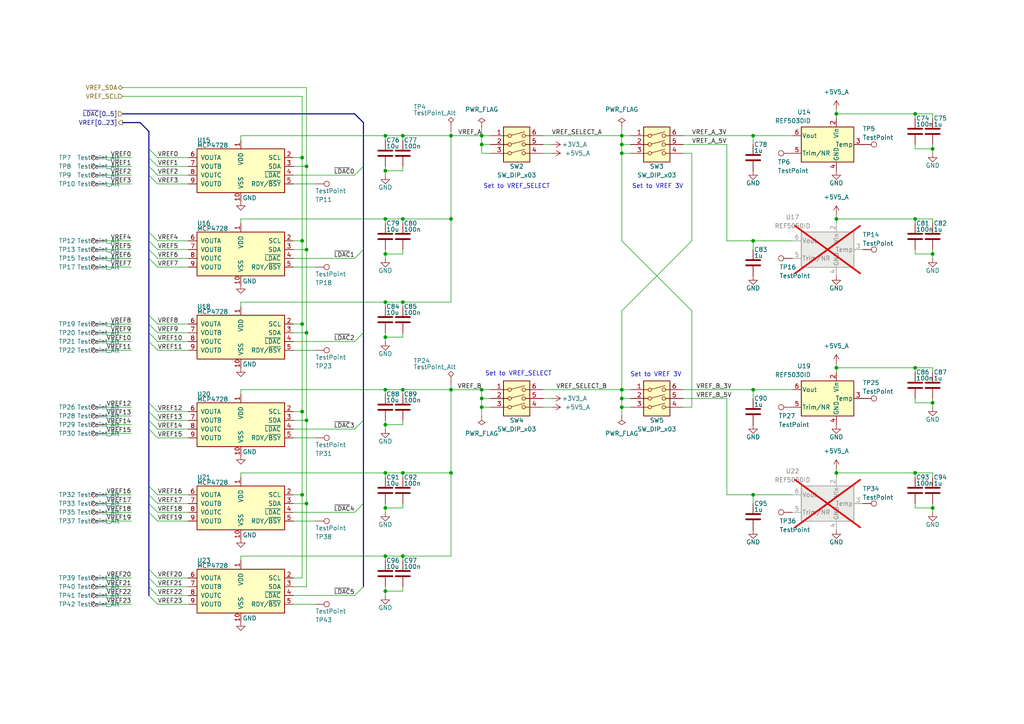
<source format=kicad_sch>
(kicad_sch (version 20250114) (generator "eeschema") (generator_version "9.0")
  (paper "A4")
  (text "Set to VREF_SELECT" (at 149.86 54.102 0) (effects (font (size 1.27 1.27))))
  (text "Set to VREF 3V" (at 190.246 108.712 0) (effects (font (size 1.27 1.27))))
  (text "Set to VREF_SELECT" (at 150.368 108.458 0) (effects (font (size 1.27 1.27))))
  (text "Set to VREF 3V" (at 190.754 54.102 0) (effects (font (size 1.27 1.27))))
  (junction (at 139.7 113.03))
  (junction (at 130.81 113.03))
  (junction (at 88.9 48.26))
  (junction (at 88.9 121.92))
  (junction (at 111.76 171.45))
  (junction (at 87.63 119.38))
  (junction (at 180.34 39.37))
  (junction (at 139.7 41.91))
  (junction (at 111.76 147.32))
  (junction (at 242.57 137.16))
  (junction (at 265.43 137.16))
  (junction (at 111.76 73.66))
  (junction (at 116.84 137.16))
  (junction (at 111.76 97.79))
  (junction (at 180.34 41.91))
  (junction (at 180.34 115.57))
  (junction (at 139.7 39.37))
  (junction (at 242.57 63.5))
  (junction (at 116.84 87.63))
  (junction (at 111.76 137.16))
  (junction (at 130.81 39.37))
  (junction (at 139.7 115.57))
  (junction (at 242.57 33.02))
  (junction (at 88.9 96.52))
  (junction (at 87.63 93.98))
  (junction (at 218.44 69.85))
  (junction (at 116.84 39.37))
  (junction (at 270.51 73.66))
  (junction (at 88.9 146.05))
  (junction (at 87.63 45.72))
  (junction (at 180.34 44.45))
  (junction (at 111.76 63.5))
  (junction (at 116.84 161.29))
  (junction (at 111.76 113.03))
  (junction (at 111.76 123.19))
  (junction (at 116.84 113.03))
  (junction (at 242.57 106.68))
  (junction (at 88.9 72.39))
  (junction (at 116.84 63.5))
  (junction (at 87.63 143.51))
  (junction (at 265.43 63.5))
  (junction (at 111.76 39.37))
  (junction (at 180.34 118.11))
  (junction (at 265.43 33.02))
  (junction (at 180.34 113.03))
  (junction (at 111.76 87.63))
  (junction (at 270.51 43.18))
  (junction (at 111.76 161.29))
  (junction (at 130.81 63.5))
  (junction (at 87.63 69.85))
  (junction (at 265.43 106.68))
  (junction (at 139.7 118.11))
  (junction (at 270.51 116.84))
  (junction (at 270.51 147.32))
  (junction (at 218.44 143.51))
  (junction (at 218.44 39.37))
  (junction (at 130.81 137.16))
  (junction (at 111.76 49.53))
  (junction (at 218.44 113.03))
  (bus_entry (at 105.41 146.05) (size -2.54 2.54))
  (bus_entry (at 45.72 72.39) (size -2.54 -2.54))
  (bus_entry (at 45.72 48.26) (size -2.54 -2.54))
  (bus_entry (at 105.41 96.52) (size -2.54 2.54))
  (bus_entry (at 45.72 146.05) (size -2.54 -2.54))
  (bus_entry (at 105.41 72.39) (size -2.54 2.54))
  (bus_entry (at 45.72 119.38) (size -2.54 -2.54))
  (bus_entry (at 105.41 121.92) (size -2.54 2.54))
  (bus_entry (at 45.72 124.46) (size -2.54 -2.54))
  (bus_entry (at 45.72 53.34) (size -2.54 -2.54))
  (bus_entry (at 45.72 101.6) (size -2.54 -2.54))
  (bus_entry (at 45.72 172.72) (size -2.54 -2.54))
  (bus_entry (at 45.72 99.06) (size -2.54 -2.54))
  (bus_entry (at 45.72 127) (size -2.54 -2.54))
  (bus_entry (at 45.72 151.13) (size -2.54 -2.54))
  (bus_entry (at 45.72 143.51) (size -2.54 -2.54))
  (bus_entry (at 45.72 69.85) (size -2.54 -2.54))
  (bus_entry (at 45.72 121.92) (size -2.54 -2.54))
  (bus_entry (at 105.41 170.18) (size -2.54 2.54))
  (bus_entry (at 45.72 167.64) (size -2.54 -2.54))
  (bus_entry (at 45.72 96.52) (size -2.54 -2.54))
  (bus_entry (at 45.72 50.8) (size -2.54 -2.54))
  (bus_entry (at 45.72 175.26) (size -2.54 -2.54))
  (bus_entry (at 45.72 148.59) (size -2.54 -2.54))
  (bus_entry (at 45.72 74.93) (size -2.54 -2.54))
  (bus_entry (at 45.72 170.18) (size -2.54 -2.54))
  (bus_entry (at 45.72 93.98) (size -2.54 -2.54))
  (bus_entry (at 105.41 48.26) (size -2.54 2.54))
  (bus_entry (at 45.72 77.47) (size -2.54 -2.54))
  (bus_entry (at 45.72 45.72) (size -2.54 -2.54))
  (wire (pts (xy 265.43 43.18) (xy 270.51 43.18)))
  (wire (pts (xy 157.48 39.37) (xy 180.34 39.37)))
  (wire (pts (xy 270.51 34.29) (xy 270.51 33.02)))
  (bus (pts (xy 105.41 72.39) (xy 105.41 96.52)))
  (wire (pts (xy 139.7 115.57) (xy 139.7 113.03)))
  (wire (pts (xy 45.72 77.47) (xy 54.61 77.47)))
  (wire (pts (xy 180.34 118.11) (xy 180.34 120.65)))
  (wire (pts (xy 69.85 39.37) (xy 111.76 39.37)))
  (wire (pts (xy 270.51 147.32) (xy 270.51 148.59)))
  (wire (pts (xy 30.48 96.52) (xy 38.1 96.52)))
  (wire (pts (xy 87.63 119.38) (xy 87.63 143.51)))
  (wire (pts (xy 142.24 41.91) (xy 139.7 41.91)))
  (wire (pts (xy 218.44 39.37) (xy 218.44 41.91)))
  (wire (pts (xy 242.57 33.02) (xy 242.57 34.29)))
  (bus (pts (xy 105.41 121.92) (xy 105.41 146.05)))
  (wire (pts (xy 270.51 107.95) (xy 270.51 106.68)))
  (wire (pts (xy 116.84 48.26) (xy 116.84 49.53)))
  (wire (pts (xy 69.85 87.63) (xy 111.76 87.63)))
  (wire (pts (xy 142.24 44.45) (xy 139.7 44.45)))
  (bus (pts (xy 43.18 121.92) (xy 43.18 124.46)))
  (wire (pts (xy 45.72 72.39) (xy 54.61 72.39)))
  (wire (pts (xy 160.02 115.57) (xy 157.48 115.57)))
  (wire (pts (xy 87.63 69.85) (xy 87.63 45.72)))
  (wire (pts (xy 111.76 74.93) (xy 111.76 73.66)))
  (wire (pts (xy 116.84 113.03) (xy 116.84 114.3)))
  (wire (pts (xy 69.85 113.03) (xy 111.76 113.03)))
  (wire (pts (xy 182.88 118.11) (xy 180.34 118.11)))
  (wire (pts (xy 139.7 36.83) (xy 139.7 39.37)))
  (wire (pts (xy 30.48 151.13) (xy 38.1 151.13)))
  (wire (pts (xy 242.57 106.68) (xy 242.57 107.95)))
  (wire (pts (xy 265.43 72.39) (xy 265.43 73.66)))
  (wire (pts (xy 30.48 125.73) (xy 38.1 125.73)))
  (wire (pts (xy 30.48 69.85) (xy 38.1 69.85)))
  (wire (pts (xy 139.7 41.91) (xy 139.7 39.37)))
  (bus (pts (xy 35.56 33.02) (xy 102.87 33.02)))
  (wire (pts (xy 116.84 121.92) (xy 116.84 123.19)))
  (wire (pts (xy 270.51 137.16) (xy 265.43 137.16)))
  (wire (pts (xy 111.76 39.37) (xy 111.76 40.64)))
  (wire (pts (xy 45.72 119.38) (xy 54.61 119.38)))
  (wire (pts (xy 111.76 113.03) (xy 111.76 114.3)))
  (wire (pts (xy 30.48 148.59) (xy 38.1 148.59)))
  (wire (pts (xy 116.84 161.29) (xy 130.81 161.29)))
  (wire (pts (xy 180.34 90.17) (xy 180.34 113.03)))
  (wire (pts (xy 139.7 118.11) (xy 139.7 120.65)))
  (wire (pts (xy 111.76 99.06) (xy 111.76 97.79)))
  (wire (pts (xy 116.84 87.63) (xy 116.84 88.9)))
  (wire (pts (xy 45.72 151.13) (xy 54.61 151.13)))
  (bus (pts (xy 43.18 143.51) (xy 43.18 146.05)))
  (wire (pts (xy 111.76 161.29) (xy 111.76 162.56)))
  (wire (pts (xy 88.9 96.52) (xy 88.9 121.92)))
  (wire (pts (xy 30.48 77.47) (xy 38.1 77.47)))
  (wire (pts (xy 116.84 87.63) (xy 130.81 87.63)))
  (wire (pts (xy 139.7 113.03) (xy 142.24 113.03)))
  (wire (pts (xy 139.7 113.03) (xy 130.81 113.03)))
  (wire (pts (xy 35.56 27.94) (xy 87.63 27.94)))
  (wire (pts (xy 180.34 36.83) (xy 180.34 39.37)))
  (wire (pts (xy 30.48 72.39) (xy 38.1 72.39)))
  (wire (pts (xy 111.76 87.63) (xy 111.76 88.9)))
  (bus (pts (xy 102.87 33.02) (xy 105.41 35.56)))
  (wire (pts (xy 69.85 63.5) (xy 111.76 63.5)))
  (wire (pts (xy 85.09 69.85) (xy 87.63 69.85)))
  (wire (pts (xy 111.76 63.5) (xy 116.84 63.5)))
  (wire (pts (xy 218.44 113.03) (xy 229.87 113.03)))
  (wire (pts (xy 218.44 143.51) (xy 229.87 143.51)))
  (bus (pts (xy 43.18 170.18) (xy 43.18 172.72)))
  (wire (pts (xy 85.09 143.51) (xy 87.63 143.51)))
  (wire (pts (xy 210.82 115.57) (xy 210.82 143.51)))
  (bus (pts (xy 105.41 35.56) (xy 105.41 48.26)))
  (wire (pts (xy 200.66 44.45) (xy 198.12 44.45)))
  (bus (pts (xy 43.18 48.26) (xy 43.18 50.8)))
  (wire (pts (xy 180.34 44.45) (xy 180.34 69.85)))
  (wire (pts (xy 270.51 63.5) (xy 265.43 63.5)))
  (wire (pts (xy 116.84 39.37) (xy 130.81 39.37)))
  (wire (pts (xy 180.34 41.91) (xy 180.34 39.37)))
  (wire (pts (xy 160.02 41.91) (xy 157.48 41.91)))
  (wire (pts (xy 69.85 161.29) (xy 111.76 161.29)))
  (wire (pts (xy 180.34 44.45) (xy 180.34 41.91)))
  (wire (pts (xy 139.7 44.45) (xy 139.7 41.91)))
  (wire (pts (xy 242.57 63.5) (xy 242.57 64.77)))
  (wire (pts (xy 111.76 123.19) (xy 116.84 123.19)))
  (bus (pts (xy 105.41 146.05) (xy 105.41 170.18)))
  (wire (pts (xy 111.76 161.29) (xy 116.84 161.29)))
  (wire (pts (xy 265.43 73.66) (xy 270.51 73.66)))
  (wire (pts (xy 111.76 137.16) (xy 111.76 138.43)))
  (wire (pts (xy 85.09 101.6) (xy 91.44 101.6)))
  (bus (pts (xy 43.18 146.05) (xy 43.18 148.59)))
  (wire (pts (xy 45.72 45.72) (xy 54.61 45.72)))
  (wire (pts (xy 139.7 118.11) (xy 139.7 115.57)))
  (wire (pts (xy 116.84 113.03) (xy 130.81 113.03)))
  (wire (pts (xy 111.76 39.37) (xy 116.84 39.37)))
  (wire (pts (xy 242.57 106.68) (xy 265.43 106.68)))
  (wire (pts (xy 265.43 33.02) (xy 265.43 34.29)))
  (wire (pts (xy 87.63 27.94) (xy 87.63 45.72)))
  (wire (pts (xy 111.76 148.59) (xy 111.76 147.32)))
  (wire (pts (xy 85.09 72.39) (xy 88.9 72.39)))
  (wire (pts (xy 116.84 96.52) (xy 116.84 97.79)))
  (wire (pts (xy 45.72 143.51) (xy 54.61 143.51)))
  (bus (pts (xy 43.18 69.85) (xy 43.18 72.39)))
  (wire (pts (xy 69.85 88.9) (xy 69.85 87.63)))
  (wire (pts (xy 35.56 25.4) (xy 88.9 25.4)))
  (wire (pts (xy 85.09 167.64) (xy 87.63 167.64)))
  (bus (pts (xy 43.18 167.64) (xy 43.18 170.18)))
  (wire (pts (xy 116.84 137.16) (xy 116.84 138.43)))
  (wire (pts (xy 30.48 123.19) (xy 38.1 123.19)))
  (wire (pts (xy 45.72 101.6) (xy 54.61 101.6)))
  (wire (pts (xy 210.82 69.85) (xy 218.44 69.85)))
  (wire (pts (xy 200.66 90.17) (xy 200.66 118.11)))
  (wire (pts (xy 30.48 48.26) (xy 38.1 48.26)))
  (bus (pts (xy 43.18 45.72) (xy 43.18 48.26)))
  (wire (pts (xy 69.85 114.3) (xy 69.85 113.03)))
  (bus (pts (xy 43.18 38.1) (xy 43.18 43.18)))
  (wire (pts (xy 45.72 146.05) (xy 54.61 146.05)))
  (wire (pts (xy 111.76 49.53) (xy 116.84 49.53)))
  (wire (pts (xy 30.48 172.72) (xy 38.1 172.72)))
  (wire (pts (xy 116.84 137.16) (xy 130.81 137.16)))
  (wire (pts (xy 116.84 63.5) (xy 116.84 64.77)))
  (wire (pts (xy 218.44 39.37) (xy 229.87 39.37)))
  (bus (pts (xy 105.41 96.52) (xy 105.41 121.92)))
  (wire (pts (xy 265.43 146.05) (xy 265.43 147.32)))
  (wire (pts (xy 85.09 53.34) (xy 91.44 53.34)))
  (wire (pts (xy 111.76 73.66) (xy 116.84 73.66)))
  (wire (pts (xy 270.51 146.05) (xy 270.51 147.32)))
  (wire (pts (xy 111.76 147.32) (xy 116.84 147.32)))
  (wire (pts (xy 270.51 72.39) (xy 270.51 73.66)))
  (wire (pts (xy 270.51 41.91) (xy 270.51 43.18)))
  (wire (pts (xy 30.48 101.6) (xy 38.1 101.6)))
  (wire (pts (xy 218.44 69.85) (xy 229.87 69.85)))
  (wire (pts (xy 85.09 74.93) (xy 102.87 74.93)))
  (bus (pts (xy 43.18 91.44) (xy 43.18 93.98)))
  (wire (pts (xy 69.85 40.64) (xy 69.85 39.37)))
  (wire (pts (xy 45.72 96.52) (xy 54.61 96.52)))
  (wire (pts (xy 85.09 99.06) (xy 102.87 99.06)))
  (wire (pts (xy 242.57 105.41) (xy 242.57 106.68)))
  (wire (pts (xy 87.63 143.51) (xy 87.63 167.64)))
  (wire (pts (xy 111.76 73.66) (xy 111.76 72.39)))
  (wire (pts (xy 30.48 45.72) (xy 38.1 45.72)))
  (wire (pts (xy 30.48 50.8) (xy 38.1 50.8)))
  (wire (pts (xy 45.72 99.06) (xy 54.61 99.06)))
  (wire (pts (xy 69.85 138.43) (xy 69.85 137.16)))
  (wire (pts (xy 242.57 135.89) (xy 242.57 137.16)))
  (wire (pts (xy 198.12 118.11) (xy 200.66 118.11)))
  (wire (pts (xy 200.66 69.85) (xy 180.34 90.17)))
  (wire (pts (xy 45.72 175.26) (xy 54.61 175.26)))
  (wire (pts (xy 85.09 119.38) (xy 87.63 119.38)))
  (wire (pts (xy 30.48 99.06) (xy 38.1 99.06)))
  (wire (pts (xy 69.85 64.77) (xy 69.85 63.5)))
  (wire (pts (xy 116.84 146.05) (xy 116.84 147.32)))
  (wire (pts (xy 218.44 69.85) (xy 218.44 72.39)))
  (wire (pts (xy 242.57 137.16) (xy 242.57 138.43)))
  (bus (pts (xy 43.18 93.98) (xy 43.18 96.52)))
  (wire (pts (xy 45.72 127) (xy 54.61 127)))
  (wire (pts (xy 242.57 33.02) (xy 265.43 33.02)))
  (wire (pts (xy 88.9 48.26) (xy 88.9 72.39)))
  (wire (pts (xy 270.51 64.77) (xy 270.51 63.5)))
  (bus (pts (xy 43.18 72.39) (xy 43.18 74.93)))
  (wire (pts (xy 242.57 63.5) (xy 265.43 63.5)))
  (wire (pts (xy 45.72 50.8) (xy 54.61 50.8)))
  (wire (pts (xy 30.48 93.98) (xy 38.1 93.98)))
  (wire (pts (xy 180.34 115.57) (xy 180.34 113.03)))
  (wire (pts (xy 182.88 41.91) (xy 180.34 41.91)))
  (wire (pts (xy 85.09 146.05) (xy 88.9 146.05)))
  (wire (pts (xy 198.12 41.91) (xy 210.82 41.91)))
  (wire (pts (xy 116.84 170.18) (xy 116.84 171.45)))
  (wire (pts (xy 88.9 170.18) (xy 85.09 170.18)))
  (wire (pts (xy 30.48 120.65) (xy 38.1 120.65)))
  (wire (pts (xy 265.43 137.16) (xy 265.43 138.43)))
  (bus (pts (xy 43.18 67.31) (xy 43.18 69.85)))
  (wire (pts (xy 270.51 43.18) (xy 270.51 44.45)))
  (wire (pts (xy 265.43 115.57) (xy 265.43 116.84)))
  (wire (pts (xy 85.09 151.13) (xy 91.44 151.13)))
  (wire (pts (xy 157.48 113.03) (xy 180.34 113.03)))
  (wire (pts (xy 30.48 143.51) (xy 38.1 143.51)))
  (wire (pts (xy 111.76 87.63) (xy 116.84 87.63)))
  (wire (pts (xy 111.76 63.5) (xy 111.76 64.77)))
  (wire (pts (xy 87.63 45.72) (xy 85.09 45.72)))
  (wire (pts (xy 265.43 41.91) (xy 265.43 43.18)))
  (bus (pts (xy 43.18 50.8) (xy 43.18 67.31)))
  (wire (pts (xy 270.51 116.84) (xy 270.51 118.11)))
  (wire (pts (xy 111.76 147.32) (xy 111.76 146.05)))
  (wire (pts (xy 111.76 171.45) (xy 111.76 170.18)))
  (wire (pts (xy 130.81 38.1) (xy 130.81 39.37)))
  (wire (pts (xy 265.43 147.32) (xy 270.51 147.32)))
  (wire (pts (xy 111.76 124.46) (xy 111.76 123.19)))
  (wire (pts (xy 270.51 138.43) (xy 270.51 137.16)))
  (wire (pts (xy 85.09 127) (xy 91.44 127)))
  (wire (pts (xy 45.72 74.93) (xy 54.61 74.93)))
  (wire (pts (xy 45.72 53.34) (xy 54.61 53.34)))
  (bus (pts (xy 43.18 119.38) (xy 43.18 121.92)))
  (wire (pts (xy 200.66 44.45) (xy 200.66 69.85)))
  (wire (pts (xy 265.43 106.68) (xy 265.43 107.95)))
  (wire (pts (xy 111.76 137.16) (xy 116.84 137.16)))
  (bus (pts (xy 105.41 48.26) (xy 105.41 72.39)))
  (wire (pts (xy 30.48 53.34) (xy 38.1 53.34)))
  (wire (pts (xy 30.48 170.18) (xy 38.1 170.18)))
  (wire (pts (xy 242.57 31.75) (xy 242.57 33.02)))
  (bus (pts (xy 43.18 99.06) (xy 43.18 116.84)))
  (wire (pts (xy 130.81 87.63) (xy 130.81 63.5)))
  (wire (pts (xy 142.24 118.11) (xy 139.7 118.11)))
  (bus (pts (xy 40.64 35.56) (xy 43.18 38.1)))
  (wire (pts (xy 160.02 118.11) (xy 157.48 118.11)))
  (wire (pts (xy 45.72 148.59) (xy 54.61 148.59)))
  (wire (pts (xy 182.88 44.45) (xy 180.34 44.45)))
  (bus (pts (xy 43.18 74.93) (xy 43.18 91.44)))
  (wire (pts (xy 116.84 161.29) (xy 116.84 162.56)))
  (bus (pts (xy 43.18 140.97) (xy 43.18 143.51)))
  (wire (pts (xy 87.63 93.98) (xy 87.63 119.38)))
  (wire (pts (xy 180.34 39.37) (xy 182.88 39.37)))
  (wire (pts (xy 85.09 48.26) (xy 88.9 48.26)))
  (wire (pts (xy 218.44 143.51) (xy 218.44 146.05)))
  (wire (pts (xy 30.48 74.93) (xy 38.1 74.93)))
  (wire (pts (xy 45.72 170.18) (xy 54.61 170.18)))
  (wire (pts (xy 270.51 33.02) (xy 265.43 33.02)))
  (wire (pts (xy 111.76 172.72) (xy 111.76 171.45)))
  (bus (pts (xy 43.18 96.52) (xy 43.18 99.06)))
  (wire (pts (xy 198.12 113.03) (xy 218.44 113.03)))
  (wire (pts (xy 87.63 69.85) (xy 87.63 93.98)))
  (wire (pts (xy 218.44 113.03) (xy 218.44 115.57)))
  (wire (pts (xy 111.76 49.53) (xy 111.76 48.26)))
  (wire (pts (xy 85.09 124.46) (xy 102.87 124.46)))
  (wire (pts (xy 180.34 69.85) (xy 200.66 90.17)))
  (wire (pts (xy 198.12 39.37) (xy 218.44 39.37)))
  (wire (pts (xy 85.09 77.47) (xy 91.44 77.47)))
  (wire (pts (xy 111.76 171.45) (xy 116.84 171.45)))
  (wire (pts (xy 116.84 72.39) (xy 116.84 73.66)))
  (wire (pts (xy 30.48 146.05) (xy 38.1 146.05)))
  (wire (pts (xy 270.51 115.57) (xy 270.51 116.84)))
  (wire (pts (xy 270.51 73.66) (xy 270.51 74.93)))
  (bus (pts (xy 43.18 116.84) (xy 43.18 119.38)))
  (wire (pts (xy 160.02 44.45) (xy 157.48 44.45)))
  (wire (pts (xy 88.9 72.39) (xy 88.9 96.52)))
  (bus (pts (xy 43.18 165.1) (xy 43.18 167.64)))
  (wire (pts (xy 116.84 39.37) (xy 116.84 40.64)))
  (wire (pts (xy 242.57 62.23) (xy 242.57 63.5)))
  (wire (pts (xy 242.57 137.16) (xy 265.43 137.16)))
  (wire (pts (xy 30.48 167.64) (xy 38.1 167.64)))
  (wire (pts (xy 182.88 115.57) (xy 180.34 115.57)))
  (wire (pts (xy 85.09 148.59) (xy 102.87 148.59)))
  (wire (pts (xy 210.82 143.51) (xy 218.44 143.51)))
  (wire (pts (xy 85.09 93.98) (xy 87.63 93.98)))
  (wire (pts (xy 88.9 25.4) (xy 88.9 48.26)))
  (wire (pts (xy 69.85 137.16) (xy 111.76 137.16)))
  (wire (pts (xy 69.85 162.56) (xy 69.85 161.29)))
  (wire (pts (xy 111.76 123.19) (xy 111.76 121.92)))
  (wire (pts (xy 85.09 96.52) (xy 88.9 96.52)))
  (wire (pts (xy 45.72 121.92) (xy 54.61 121.92)))
  (wire (pts (xy 85.09 172.72) (xy 102.87 172.72)))
  (wire (pts (xy 265.43 116.84) (xy 270.51 116.84)))
  (wire (pts (xy 130.81 137.16) (xy 130.81 113.03)))
  (wire (pts (xy 139.7 39.37) (xy 130.81 39.37)))
  (wire (pts (xy 45.72 93.98) (xy 54.61 93.98)))
  (wire (pts (xy 180.34 113.03) (xy 182.88 113.03)))
  (wire (pts (xy 180.34 118.11) (xy 180.34 115.57)))
  (wire (pts (xy 45.72 167.64) (xy 54.61 167.64)))
  (wire (pts (xy 88.9 146.05) (xy 88.9 170.18)))
  (wire (pts (xy 210.82 41.91) (xy 210.82 69.85)))
  (wire (pts (xy 265.43 63.5) (xy 265.43 64.77)))
  (wire (pts (xy 130.81 161.29) (xy 130.81 137.16)))
  (wire (pts (xy 45.72 172.72) (xy 54.61 172.72)))
  (wire (pts (xy 30.48 118.11) (xy 38.1 118.11)))
  (wire (pts (xy 45.72 124.46) (xy 54.61 124.46)))
  (wire (pts (xy 270.51 106.68) (xy 265.43 106.68)))
  (wire (pts (xy 111.76 50.8) (xy 111.76 49.53)))
  (wire (pts (xy 116.84 63.5) (xy 130.81 63.5)))
  (wire (pts (xy 45.72 48.26) (xy 54.61 48.26)))
  (wire (pts (xy 88.9 121.92) (xy 88.9 146.05)))
  (wire (pts (xy 111.76 113.03) (xy 116.84 113.03)))
  (bus (pts (xy 43.18 148.59) (xy 43.18 165.1)))
  (wire (pts (xy 130.81 39.37) (xy 130.81 63.5)))
  (bus (pts (xy 35.56 35.56) (xy 40.64 35.56)))
  (wire (pts (xy 85.09 121.92) (xy 88.9 121.92)))
  (wire (pts (xy 198.12 115.57) (xy 210.82 115.57)))
  (wire (pts (xy 139.7 39.37) (xy 142.24 39.37)))
  (wire (pts (xy 111.76 97.79) (xy 111.76 96.52)))
  (wire (pts (xy 30.48 175.26) (xy 38.1 175.26)))
  (bus (pts (xy 43.18 43.18) (xy 43.18 45.72)))
  (wire (pts (xy 130.81 111.76) (xy 130.81 113.03)))
  (wire (pts (xy 85.09 50.8) (xy 102.87 50.8)))
  (bus (pts (xy 43.18 124.46) (xy 43.18 140.97)))
  (wire (pts (xy 45.72 69.85) (xy 54.61 69.85)))
  (wire (pts (xy 111.76 97.79) (xy 116.84 97.79)))
  (wire (pts (xy 85.09 175.26) (xy 91.44 175.26)))
  (wire (pts (xy 142.24 115.57) (xy 139.7 115.57)))
  (label "VREF0" (at 38.1 45.72 180))
  (label "VREF10" (at 45.72 99.06 0))
  (label "VREF14" (at 45.72 124.46 0))
  (label "VREF21" (at 38.1 170.18 180))
  (label "VREF18" (at 38.1 148.59 180))
  (label "VREF3" (at 38.1 53.34 180))
  (label "VREF_A_5V" (at 200.66 41.91 0))
  (label "VREF1" (at 45.72 48.26 0))
  (label "VREF5" (at 38.1 72.39 180))
  (label "VREF4" (at 45.72 69.85 0))
  (label "VREF_B_3V" (at 201.93 113.03 0))
  (label "VREF11" (at 45.72 101.6 0))
  (label "VREF8" (at 38.1 93.98 180))
  (label "VREF16" (at 45.72 143.51 0))
  (label "VREF22" (at 45.72 172.72 0))
  (label "VREF_B" (at 139.7 113.03 180))
  (label "VREF9" (at 38.1 96.52 180))
  (label "~{LDAC}2" (at 102.87 99.06 180))
  (label "VREF21" (at 45.72 170.18 0))
  (label "VREF8" (at 45.72 93.98 0))
  (label "VREF_SELECT_A" (at 160.02 39.37 0))
  (label "VREF17" (at 45.72 146.05 0))
  (label "VREF22" (at 38.1 172.72 180))
  (label "~{LDAC}0" (at 102.87 50.8 180))
  (label "VREF_A_3V" (at 200.66 39.37 0))
  (label "VREF13" (at 45.72 121.92 0))
  (label "~{LDAC}3" (at 102.87 124.46 180))
  (label "VREF11" (at 38.1 101.6 180))
  (label "VREF13" (at 38.1 120.65 180))
  (label "VREF20" (at 45.72 167.64 0))
  (label "VREF20" (at 38.1 167.64 180))
  (label "VREF10" (at 38.1 99.06 180))
  (label "VREF15" (at 45.72 127 0))
  (label "VREF7" (at 45.72 77.47 0))
  (label "VREF_SELECT_B" (at 161.29 113.03 0))
  (label "VREF14" (at 38.1 123.19 180))
  (label "VREF6" (at 45.72 74.93 0))
  (label "~{LDAC}4" (at 102.87 148.59 180))
  (label "VREF15" (at 38.1 125.73 180))
  (label "VREF17" (at 38.1 146.05 180))
  (label "~{LDAC}1" (at 102.87 74.93 180))
  (label "VREF3" (at 45.72 53.34 0))
  (label "~{LDAC}5" (at 102.87 172.72 180))
  (label "VREF18" (at 45.72 148.59 0))
  (label "VREF23" (at 45.72 175.26 0))
  (label "VREF6" (at 38.1 74.93 180))
  (label "VREF9" (at 45.72 96.52 0))
  (label "VREF_A" (at 139.7 39.37 180))
  (label "VREF16" (at 38.1 143.51 180))
  (label "VREF2" (at 38.1 50.8 180))
  (label "VREF19" (at 45.72 151.13 0))
  (label "VREF2" (at 45.72 50.8 0))
  (label "VREF5" (at 45.72 72.39 0))
  (label "VREF_B_5V" (at 201.93 115.57 0))
  (label "VREF0" (at 45.72 45.72 0))
  (label "VREF19" (at 38.1 151.13 180))
  (label "VREF12" (at 38.1 118.11 180))
  (label "VREF23" (at 38.1 175.26 180))
  (label "VREF1" (at 38.1 48.26 180))
  (label "VREF4" (at 38.1 69.85 180))
  (label "VREF7" (at 38.1 77.47 180))
  (label "VREF12" (at 45.72 119.38 0))
  (hierarchical_label "VREF_SCL" (shape input) (at 35.56 27.94 180))
  (hierarchical_label "VREF[0..23]" (shape output) (at 35.56 35.56 180))
  (hierarchical_label "VREF_SDA" (shape bidirectional) (at 35.56 25.4 180))
  (hierarchical_label "~{LDAC}[0..5]" (shape input) (at 35.56 33.02 180))
  (symbol (lib_id "power:PWR_FLAG") (at 139.7 120.65 180) (unit 1)
    (property "Reference" "#FLG011" (effects (hide yes)))
    (property "Value" "PWR_FLAG" (at 139.7 125.73 0))
    (property "Description" "Special symbol for telling ERC where power comes from" (effects (hide yes)))
  )
  (symbol (lib_id "power:GND") (at 242.57 80.01 0) (unit 1)
    (property "Reference" "#PWR0111" (effects (hide yes)))
    (property "Value" "GND" (at 242.57 83.566 0))
    (property "Description" "Power symbol creates a global label with name \"GND\" , ground" (effects (hide yes)))
  )
  (symbol (lib_id "Device:C") (at 116.84 44.45 0) (unit 1)
    (property "Reference" "C77" (at 117.094 40.64 0) (effects (justify left)))
    (property "Value" "100n" (at 117.094 42.4181 0) (effects (justify left)))
    (property "Footprint" "Capacitor_SMD:C_0402_1005Metric" (effects (hide yes)))
    (property "Description" "Unpolarized capacitor" (effects (hide yes)))
    (property "LCSC" "C307331" (effects (hide yes)))
  )
  (symbol (lib_id "Connector:TestPoint_Alt") (at 30.48 50.8 90) (unit 1)
    (property "Reference" "TP9" (at 17.018 50.8 90) (effects (justify right)))
    (property "Value" "TestPoint_Alt" (at 22.352 50.8 90) (effects (justify right)))
    (property "Footprint" "digital:TestPoint_Keystone_5015_Micro_Mini" (effects (hide yes)))
    (property "Description" "test point (alternative shape)" (effects (hide yes)))
    (property "LCSC" "C159868" (effects (hide yes)))
  )
  (symbol (lib_id "power:GND") (at 69.85 156.21 0) (unit 1)
    (property "Reference" "#PWR0128" (effects (hide yes)))
    (property "Value" "GND" (at 72.39 155.194 0))
    (property "Description" "Power symbol creates a global label with name \"GND\" , ground" (effects (hide yes)))
  )
  (symbol (lib_id "Connector:TestPoint") (at 229.87 74.93 90) (mirror x) (unit 1)
    (property "Reference" "TP16" (at 226.06 77.47 90) (effects (justify right)))
    (property "Value" "TestPoint" (at 226.06 80.01 90) (effects (justify right)))
    (property "Footprint" "TestPoint:TestPoint_Pad_D1.0mm" (effects (hide yes)))
    (property "Description" "test point" (effects (hide yes)))
  )
  (symbol (lib_id "power:PWR_FLAG") (at 180.34 120.65 180) (unit 1)
    (property "Reference" "#FLG012" (effects (hide yes)))
    (property "Value" "PWR_FLAG" (at 180.34 125.73 0))
    (property "Description" "Special symbol for telling ERC where power comes from" (effects (hide yes)))
  )
  (symbol (lib_id "power:GND") (at 111.76 124.46 0) (unit 1)
    (property "Reference" "#PWR0121" (effects (hide yes)))
    (property "Value" "GND" (at 111.76 128.016 0))
    (property "Description" "Power symbol creates a global label with name \"GND\" , ground" (effects (hide yes)))
  )
  (symbol (lib_id "Connector:TestPoint_Alt") (at 30.48 96.52 90) (unit 1)
    (property "Reference" "TP20" (at 17.018 96.52 90) (effects (justify right)))
    (property "Value" "TestPoint_Alt" (at 22.352 96.52 90) (effects (justify right)))
    (property "Footprint" "digital:TestPoint_Keystone_5015_Micro_Mini" (effects (hide yes)))
    (property "Description" "test point (alternative shape)" (effects (hide yes)))
    (property "LCSC" "C159868" (effects (hide yes)))
  )
  (symbol (lib_id "power:GND") (at 242.57 153.67 0) (unit 1)
    (property "Reference" "#PWR0127" (effects (hide yes)))
    (property "Value" "GND" (at 242.57 157.226 0))
    (property "Description" "Power symbol creates a global label with name \"GND\" , ground" (effects (hide yes)))
  )
  (symbol (lib_id "power:GND") (at 218.44 123.19 0) (unit 1)
    (property "Reference" "#PWR0119" (effects (hide yes)))
    (property "Value" "GND" (at 218.44 126.746 0))
    (property "Description" "Power symbol creates a global label with name \"GND\" , ground" (effects (hide yes)))
  )
  (symbol (lib_id "Device:C") (at 116.84 68.58 0) (unit 1)
    (property "Reference" "C80" (at 117.094 64.77 0) (effects (justify left)))
    (property "Value" "100n" (at 117.094 66.5481 0) (effects (justify left)))
    (property "Footprint" "Capacitor_SMD:C_0402_1005Metric" (effects (hide yes)))
    (property "Description" "Unpolarized capacitor" (effects (hide yes)))
    (property "LCSC" "C307331" (effects (hide yes)))
  )
  (symbol (lib_id "Device:C") (at 111.76 92.71 0) (unit 1)
    (property "Reference" "C84" (at 112.014 88.9 0) (effects (justify left)))
    (property "Value" "10u" (at 112.014 90.6781 0) (effects (justify left)))
    (property "Footprint" "Capacitor_SMD:C_1206_3216Metric" (effects (hide yes)))
    (property "Description" "Unpolarized capacitor" (effects (hide yes)))
    (property "LCSC" "C13585" (effects (hide yes)))
  )
  (symbol (lib_id "power:GND") (at 218.44 80.01 0) (unit 1)
    (property "Reference" "#PWR0110" (effects (hide yes)))
    (property "Value" "GND" (at 218.44 83.566 0))
    (property "Description" "Power symbol creates a global label with name \"GND\" , ground" (effects (hide yes)))
  )
  (symbol (lib_id "Switch:SW_DIP_x03") (at 149.86 41.91 0) (unit 1)
    (property "Reference" "SW2" (at 149.86 48.26 0))
    (property "Value" "SW_DIP_x03" (at 149.86 50.8 0))
    (property "Footprint" "Button_Switch_SMD:SW_DIP_SPSTx03_Slide_6.7x9.18mm_W8.61mm_P2.54mm_LowProfile" (effects (hide yes)))
    (property "Description" "3x DIP Switch, Single Pole Single Throw (SPST) switch, small symbol" (effects (hide yes)))
    (property "LCSC" "C129079" (effects (hide yes)))
  )
  (symbol (lib_id "power:GND") (at 242.57 49.53 0) (unit 1)
    (property "Reference" "#PWR0104" (effects (hide yes)))
    (property "Value" "GND" (at 242.57 53.086 0))
    (property "Description" "Power symbol creates a global label with name \"GND\" , ground" (effects (hide yes)))
  )
  (symbol (lib_id "power:GND") (at 270.51 44.45 0) (unit 1)
    (property "Reference" "#PWR0102" (effects (hide yes)))
    (property "Value" "GND" (at 270.51 48.006 0))
    (property "Description" "Power symbol creates a global label with name \"GND\" , ground" (effects (hide yes)))
  )
  (symbol (lib_id "Device:C") (at 218.44 76.2 0) (unit 1)
    (property "Reference" "C83" (at 218.694 72.39 0) (effects (justify left)))
    (property "Value" "1u" (at 218.694 74.1681 0) (effects (justify left)))
    (property "Footprint" "Capacitor_SMD:C_0805_2012Metric" (effects (hide yes)))
    (property "Description" "Unpolarized capacitor" (effects (hide yes)))
    (property "LCSC" "C28323" (effects (hide yes)))
  )
  (symbol (lib_id "power:+3V3") (at 242.57 62.23 0) (unit 1)
    (property "Reference" "#PWR0107" (effects (hide yes)))
    (property "Value" "+5V5_A" (at 242.57 57.15 0))
    (property "Description" "Power symbol creates a global label with name \"+3V3\"" (effects (hide yes)))
  )
  (symbol (lib_id "power:PWR_FLAG") (at 139.7 36.83 0) (unit 1)
    (property "Reference" "#FLG09" (effects (hide yes)))
    (property "Value" "PWR_FLAG" (at 139.7 31.75 0))
    (property "Description" "Special symbol for telling ERC where power comes from" (effects (hide yes)))
  )
  (symbol (lib_id "Connector:TestPoint") (at 229.87 118.11 90) (mirror x) (unit 1)
    (property "Reference" "TP27" (at 225.806 120.65 90) (effects (justify right)))
    (property "Value" "TestPoint" (at 225.806 123.19 90) (effects (justify right)))
    (property "Footprint" "TestPoint:TestPoint_Pad_D1.0mm" (effects (hide yes)))
    (property "Description" "test point" (effects (hide yes)))
  )
  (symbol (lib_id "Connector:TestPoint_Alt") (at 30.48 74.93 90) (unit 1)
    (property "Reference" "TP15" (at 17.018 74.93 90) (effects (justify right)))
    (property "Value" "TestPoint_Alt" (at 22.352 74.93 90) (effects (justify right)))
    (property "Footprint" "digital:TestPoint_Keystone_5015_Micro_Mini" (effects (hide yes)))
    (property "Description" "test point (alternative shape)" (effects (hide yes)))
    (property "LCSC" "C159868" (effects (hide yes)))
  )
  (symbol (lib_id "Connector:TestPoint_Alt") (at 30.48 45.72 90) (unit 1)
    (property "Reference" "TP7" (at 17.018 45.72 90) (effects (justify right)))
    (property "Value" "TestPoint_Alt" (at 22.352 45.72 90) (effects (justify right)))
    (property "Footprint" "digital:TestPoint_Keystone_5015_Micro_Mini" (effects (hide yes)))
    (property "Description" "test point (alternative shape)" (effects (hide yes)))
    (property "LCSC" "C159868" (effects (hide yes)))
  )
  (symbol (lib_id "Device:C") (at 265.43 68.58 0) (unit 1)
    (property "Reference" "C81" (at 265.684 64.77 0) (effects (justify left)))
    (property "Value" "100n" (at 265.684 66.5481 0) (effects (justify left)))
    (property "Footprint" "Capacitor_SMD:C_0402_1005Metric" (effects (hide yes)))
    (property "Description" "Unpolarized capacitor" (effects (hide yes)))
    (property "LCSC" "C307331" (effects (hide yes)))
  )
  (symbol (lib_id "Reference_Voltage:REF5050ID") (at 240.03 72.39 0) (mirror y) (unit 1) (dnp yes)
    (property "Reference" "U17" (at 229.87 62.992 0))
    (property "Value" "REF5050ID" (at 229.87 65.532 0))
    (property "Footprint" "Package_SO:SOIC-8_3.9x4.9mm_P1.27mm" (effects (hide yes)))
    (property "Datasheet" "http://www.ti.com/lit/ds/symlink/ref5030.pdf" (effects (hide yes)))
    (property "Description" "5V 0.05% 10mA Low Noise Precision Voltage Reference, SO-8" (effects (hide yes)))
  )
  (symbol (lib_id "Connector:TestPoint_Alt") (at 30.48 151.13 90) (unit 1)
    (property "Reference" "TP37" (at 17.018 151.13 90) (effects (justify right)))
    (property "Value" "TestPoint_Alt" (at 22.352 151.13 90) (effects (justify right)))
    (property "Footprint" "digital:TestPoint_Keystone_5015_Micro_Mini" (effects (hide yes)))
    (property "Description" "test point (alternative shape)" (effects (hide yes)))
    (property "LCSC" "C159868" (effects (hide yes)))
  )
  (symbol (lib_id "Connector:TestPoint_Alt") (at 30.48 148.59 90) (unit 1)
    (property "Reference" "TP35" (at 17.018 148.59 90) (effects (justify right)))
    (property "Value" "TestPoint_Alt" (at 22.352 148.59 90) (effects (justify right)))
    (property "Footprint" "digital:TestPoint_Keystone_5015_Micro_Mini" (effects (hide yes)))
    (property "Description" "test point (alternative shape)" (effects (hide yes)))
    (property "LCSC" "C159868" (effects (hide yes)))
  )
  (symbol (lib_id "power:+3V3") (at 160.02 118.11 270) (unit 1)
    (property "Reference" "#PWR0117" (effects (hide yes)))
    (property "Value" "+5V5_A" (at 163.83 118.1099 90) (effects (justify left)))
    (property "Description" "Power symbol creates a global label with name \"+3V3\"" (effects (hide yes)))
  )
  (symbol (lib_id "Device:C") (at 116.84 92.71 0) (unit 1)
    (property "Reference" "C85" (at 117.094 88.9 0) (effects (justify left)))
    (property "Value" "100n" (at 117.094 90.6781 0) (effects (justify left)))
    (property "Footprint" "Capacitor_SMD:C_0402_1005Metric" (effects (hide yes)))
    (property "Description" "Unpolarized capacitor" (effects (hide yes)))
    (property "LCSC" "C307331" (effects (hide yes)))
  )
  (symbol (lib_id "Connector:TestPoint") (at 250.19 72.39 270) (unit 1)
    (property "Reference" "TP14" (at 250.19 68.072 90) (effects (justify left)))
    (property "Value" "TestPoint" (at 250.19 70.612 90) (effects (justify left)))
    (property "Footprint" "TestPoint:TestPoint_Pad_D1.0mm" (effects (hide yes)))
    (property "Description" "test point" (effects (hide yes)))
  )
  (symbol (lib_id "Device:C") (at 265.43 111.76 0) (unit 1)
    (property "Reference" "C86" (at 265.684 107.95 0) (effects (justify left)))
    (property "Value" "100n" (at 265.684 109.7281 0) (effects (justify left)))
    (property "Footprint" "Capacitor_SMD:C_0402_1005Metric" (effects (hide yes)))
    (property "Description" "Unpolarized capacitor" (effects (hide yes)))
    (property "LCSC" "C307331" (effects (hide yes)))
  )
  (symbol (lib_id "Connector:TestPoint") (at 91.44 127 270) (mirror x) (unit 1)
    (property "Reference" "TP31" (at 91.44 131.572 90) (effects (justify left)))
    (property "Value" "TestPoint" (at 91.44 129.032 90) (effects (justify left)))
    (property "Footprint" "TestPoint:TestPoint_Pad_D1.0mm" (effects (hide yes)))
    (property "Description" "test point" (effects (hide yes)))
  )
  (symbol (lib_id "Device:C") (at 270.51 111.76 0) (unit 1)
    (property "Reference" "C87" (at 270.764 107.95 0) (effects (justify left)))
    (property "Value" "1u" (at 270.764 109.7281 0) (effects (justify left)))
    (property "Footprint" "Capacitor_SMD:C_0805_2012Metric" (effects (hide yes)))
    (property "Description" "Unpolarized capacitor" (effects (hide yes)))
    (property "LCSC" "C28323" (effects (hide yes)))
  )
  (symbol (lib_id "Connector:TestPoint_Alt") (at 30.48 123.19 90) (unit 1)
    (property "Reference" "TP29" (at 17.018 123.19 90) (effects (justify right)))
    (property "Value" "TestPoint_Alt" (at 22.352 123.19 90) (effects (justify right)))
    (property "Footprint" "digital:TestPoint_Keystone_5015_Micro_Mini" (effects (hide yes)))
    (property "Description" "test point (alternative shape)" (effects (hide yes)))
    (property "LCSC" "C159868" (effects (hide yes)))
  )
  (symbol (lib_id "Device:C") (at 218.44 149.86 0) (unit 1)
    (property "Reference" "C95" (at 218.694 146.05 0) (effects (justify left)))
    (property "Value" "1u" (at 218.694 147.8281 0) (effects (justify left)))
    (property "Footprint" "Capacitor_SMD:C_0805_2012Metric" (effects (hide yes)))
    (property "Description" "Unpolarized capacitor" (effects (hide yes)))
    (property "LCSC" "C28323" (effects (hide yes)))
  )
  (symbol (lib_id "Connector:TestPoint_Alt") (at 130.81 38.1 0) (unit 1)
    (property "Reference" "TP4" (at 119.888 30.988 0) (effects (justify left)))
    (property "Value" "TestPoint_Alt" (at 119.888 32.766 0) (effects (justify left)))
    (property "Footprint" "digital:TestPoint_Keystone_5015_Micro_Mini" (effects (hide yes)))
    (property "Description" "test point (alternative shape)" (effects (hide yes)))
    (property "LCSC" "C159868" (effects (hide yes)))
  )
  (symbol (lib_id "Device:C") (at 111.76 118.11 0) (unit 1)
    (property "Reference" "C88" (at 112.014 114.3 0) (effects (justify left)))
    (property "Value" "10u" (at 112.014 116.0781 0) (effects (justify left)))
    (property "Footprint" "Capacitor_SMD:C_1206_3216Metric" (effects (hide yes)))
    (property "Description" "Unpolarized capacitor" (effects (hide yes)))
    (property "LCSC" "C13585" (effects (hide yes)))
  )
  (symbol (lib_id "Connector:TestPoint_Alt") (at 30.48 53.34 90) (unit 1)
    (property "Reference" "TP10" (at 17.018 53.34 90) (effects (justify right)))
    (property "Value" "TestPoint_Alt" (at 22.352 53.34 90) (effects (justify right)))
    (property "Footprint" "digital:TestPoint_Keystone_5015_Micro_Mini" (effects (hide yes)))
    (property "Description" "test point (alternative shape)" (effects (hide yes)))
    (property "LCSC" "C159868" (effects (hide yes)))
  )
  (symbol (lib_id "power:GND") (at 270.51 148.59 0) (unit 1)
    (property "Reference" "#PWR0125" (effects (hide yes)))
    (property "Value" "GND" (at 270.51 152.146 0))
    (property "Description" "Power symbol creates a global label with name \"GND\" , ground" (effects (hide yes)))
  )
  (symbol (lib_id "Connector:TestPoint_Alt") (at 30.48 170.18 90) (unit 1)
    (property "Reference" "TP40" (at 17.018 170.18 90) (effects (justify right)))
    (property "Value" "TestPoint_Alt" (at 22.352 170.18 90) (effects (justify right)))
    (property "Footprint" "digital:TestPoint_Keystone_5015_Micro_Mini" (effects (hide yes)))
    (property "Description" "test point (alternative shape)" (effects (hide yes)))
    (property "LCSC" "C159868" (effects (hide yes)))
  )
  (symbol (lib_id "power:GND") (at 69.85 132.08 0) (unit 1)
    (property "Reference" "#PWR0122" (effects (hide yes)))
    (property "Value" "GND" (at 72.39 131.064 0))
    (property "Description" "Power symbol creates a global label with name \"GND\" , ground" (effects (hide yes)))
  )
  (symbol (lib_id "Device:C") (at 265.43 38.1 0) (unit 1)
    (property "Reference" "C74" (at 265.684 34.29 0) (effects (justify left)))
    (property "Value" "100n" (at 265.684 36.0681 0) (effects (justify left)))
    (property "Footprint" "Capacitor_SMD:C_0402_1005Metric" (effects (hide yes)))
    (property "Description" "Unpolarized capacitor" (effects (hide yes)))
    (property "LCSC" "C307331" (effects (hide yes)))
  )
  (symbol (lib_id "Switch:SW_DIP_x03") (at 190.5 115.57 0) (unit 1)
    (property "Reference" "SW5" (at 190.5 121.92 0))
    (property "Value" "SW_DIP_x03" (at 190.5 124.46 0))
    (property "Footprint" "Button_Switch_SMD:SW_DIP_SPSTx03_Slide_6.7x9.18mm_W8.61mm_P2.54mm_LowProfile" (effects (hide yes)))
    (property "Description" "3x DIP Switch, Single Pole Single Throw (SPST) switch, small symbol" (effects (hide yes)))
    (property "LCSC" "C129079" (effects (hide yes)))
  )
  (symbol (lib_id "Connector:TestPoint") (at 250.19 115.57 270) (unit 1)
    (property "Reference" "TP25" (at 250.19 110.998 90) (effects (justify left)))
    (property "Value" "TestPoint" (at 250.19 113.538 90) (effects (justify left)))
    (property "Footprint" "TestPoint:TestPoint_Pad_D1.0mm" (effects (hide yes)))
    (property "Description" "test point" (effects (hide yes)))
  )
  (symbol (lib_id "power:GND") (at 218.44 153.67 0) (unit 1)
    (property "Reference" "#PWR0126" (effects (hide yes)))
    (property "Value" "GND" (at 218.44 157.226 0))
    (property "Description" "Power symbol creates a global label with name \"GND\" , ground" (effects (hide yes)))
  )
  (symbol (lib_id "Switch:SW_DIP_x03") (at 190.5 41.91 0) (unit 1)
    (property "Reference" "SW3" (at 190.5 48.26 0))
    (property "Value" "SW_DIP_x03" (at 190.5 50.8 0))
    (property "Footprint" "Button_Switch_SMD:SW_DIP_SPSTx03_Slide_6.7x9.18mm_W8.61mm_P2.54mm_LowProfile" (effects (hide yes)))
    (property "Description" "3x DIP Switch, Single Pole Single Throw (SPST) switch, small symbol" (effects (hide yes)))
    (property "LCSC" "C129079" (effects (hide yes)))
  )
  (symbol (lib_id "Reference_Voltage:REF5030ID") (at 240.03 115.57 0) (mirror y) (unit 1)
    (property "Reference" "U19" (at 235.204 106.172 0) (effects (justify left)))
    (property "Value" "REF5030ID" (at 235.204 108.712 0) (effects (justify left)))
    (property "Footprint" "Package_SO:SOIC-8_3.9x4.9mm_P1.27mm" (effects (hide yes)))
    (property "Datasheet" "http://www.ti.com/lit/ds/symlink/ref5030.pdf" (effects (hide yes)))
    (property "Description" "3V 0.05% 10mA Low Noise Precision Voltage Reference, SO-8" (effects (hide yes)))
    (property "LCSC" "C2878155" (effects (hide yes)))
  )
  (symbol (lib_id "Connector:TestPoint") (at 250.19 146.05 270) (unit 1)
    (property "Reference" "TP34" (at 250.19 141.732 90) (effects (justify left)))
    (property "Value" "TestPoint" (at 250.19 144.272 90) (effects (justify left)))
    (property "Footprint" "TestPoint:TestPoint_Pad_D1.0mm" (effects (hide yes)))
    (property "Description" "test point" (effects (hide yes)))
  )
  (symbol (lib_id "Connector:TestPoint") (at 229.87 44.45 90) (mirror x) (unit 1)
    (property "Reference" "TP6" (at 225.552 46.99 90) (effects (justify right)))
    (property "Value" "TestPoint" (at 225.552 49.53 90) (effects (justify right)))
    (property "Footprint" "TestPoint:TestPoint_Pad_D1.0mm" (effects (hide yes)))
    (property "Description" "test point" (effects (hide yes)))
  )
  (symbol (lib_id "power:GND") (at 270.51 74.93 0) (unit 1)
    (property "Reference" "#PWR0109" (effects (hide yes)))
    (property "Value" "GND" (at 270.51 78.486 0))
    (property "Description" "Power symbol creates a global label with name \"GND\" , ground" (effects (hide yes)))
  )
  (symbol (lib_id "Analog_DAC:MCP4728") (at 69.85 72.39 0) (mirror y) (unit 1)
    (property "Reference" "U16" (at 57.15 64.77 0) (effects (justify right)))
    (property "Value" "MCP4728" (at 57.15 66.294 0) (effects (justify right)))
    (property "Footprint" "Package_SO:MSOP-10_3x3mm_P0.5mm" (effects (hide yes)))
    (property "Datasheet" "http://ww1.microchip.com/downloads/en/DeviceDoc/22187E.pdf" (effects (hide yes)))
    (property "Description" "12-bit digital to analog converter, quad output, 2.048V internal reference, integrated EEPROM, I2C interface" (effects (hide yes)))
    (property "LCSC" "C108207" (effects (hide yes)))
  )
  (symbol (lib_id "Connector:TestPoint") (at 250.19 41.91 270) (unit 1)
    (property "Reference" "TP5" (at 250.19 37.338 90) (effects (justify left)))
    (property "Value" "TestPoint" (at 250.19 39.878 90) (effects (justify left)))
    (property "Footprint" "TestPoint:TestPoint_Pad_D1.0mm" (effects (hide yes)))
    (property "Description" "test point" (effects (hide yes)))
  )
  (symbol (lib_id "Connector:TestPoint_Alt") (at 30.48 175.26 90) (unit 1)
    (property "Reference" "TP42" (at 17.018 175.26 90) (effects (justify right)))
    (property "Value" "TestPoint_Alt" (at 22.352 175.26 90) (effects (justify right)))
    (property "Footprint" "digital:TestPoint_Keystone_5015_Micro_Mini" (effects (hide yes)))
    (property "Description" "test point (alternative shape)" (effects (hide yes)))
    (property "LCSC" "C159868" (effects (hide yes)))
  )
  (symbol (lib_id "Connector:TestPoint") (at 229.87 148.59 90) (mirror x) (unit 1)
    (property "Reference" "TP36" (at 226.06 151.13 90) (effects (justify right)))
    (property "Value" "TestPoint" (at 226.06 153.67 90) (effects (justify right)))
    (property "Footprint" "TestPoint:TestPoint_Pad_D1.0mm" (effects (hide yes)))
    (property "Description" "test point" (effects (hide yes)))
  )
  (symbol (lib_id "Connector:TestPoint_Alt") (at 30.48 93.98 90) (unit 1)
    (property "Reference" "TP19" (at 17.018 93.98 90) (effects (justify right)))
    (property "Value" "TestPoint_Alt" (at 22.352 93.98 90) (effects (justify right)))
    (property "Footprint" "digital:TestPoint_Keystone_5015_Micro_Mini" (effects (hide yes)))
    (property "Description" "test point (alternative shape)" (effects (hide yes)))
    (property "LCSC" "C159868" (effects (hide yes)))
  )
  (symbol (lib_id "power:+3V3") (at 160.02 44.45 270) (unit 1)
    (property "Reference" "#PWR0101" (effects (hide yes)))
    (property "Value" "+5V5_A" (at 163.83 44.4499 90) (effects (justify left)))
    (property "Description" "Power symbol creates a global label with name \"+3V3\"" (effects (hide yes)))
  )
  (symbol (lib_id "Connector:TestPoint_Alt") (at 30.48 101.6 90) (unit 1)
    (property "Reference" "TP22" (at 17.018 101.6 90) (effects (justify right)))
    (property "Value" "TestPoint_Alt" (at 22.352 101.6 90) (effects (justify right)))
    (property "Footprint" "digital:TestPoint_Keystone_5015_Micro_Mini" (effects (hide yes)))
    (property "Description" "test point (alternative shape)" (effects (hide yes)))
    (property "LCSC" "C159868" (effects (hide yes)))
  )
  (symbol (lib_id "Device:C") (at 218.44 119.38 0) (unit 1)
    (property "Reference" "C90" (at 218.694 115.57 0) (effects (justify left)))
    (property "Value" "1u" (at 218.694 117.3481 0) (effects (justify left)))
    (property "Footprint" "Capacitor_SMD:C_0805_2012Metric" (effects (hide yes)))
    (property "Description" "Unpolarized capacitor" (effects (hide yes)))
    (property "LCSC" "C28323" (effects (hide yes)))
  )
  (symbol (lib_id "Connector:TestPoint_Alt") (at 30.48 125.73 90) (unit 1)
    (property "Reference" "TP30" (at 17.018 125.73 90) (effects (justify right)))
    (property "Value" "TestPoint_Alt" (at 22.352 125.73 90) (effects (justify right)))
    (property "Footprint" "digital:TestPoint_Keystone_5015_Micro_Mini" (effects (hide yes)))
    (property "Description" "test point (alternative shape)" (effects (hide yes)))
    (property "LCSC" "C159868" (effects (hide yes)))
  )
  (symbol (lib_id "power:GND") (at 218.44 49.53 0) (unit 1)
    (property "Reference" "#PWR0103" (effects (hide yes)))
    (property "Value" "GND" (at 218.44 53.086 0))
    (property "Description" "Power symbol creates a global label with name \"GND\" , ground" (effects (hide yes)))
  )
  (symbol (lib_id "Reference_Voltage:REF5030ID") (at 240.03 41.91 0) (mirror y) (unit 1)
    (property "Reference" "U14" (at 235.204 32.512 0) (effects (justify left)))
    (property "Value" "REF5030ID" (at 235.204 35.052 0) (effects (justify left)))
    (property "Footprint" "Package_SO:SOIC-8_3.9x4.9mm_P1.27mm" (effects (hide yes)))
    (property "Datasheet" "http://www.ti.com/lit/ds/symlink/ref5030.pdf" (effects (hide yes)))
    (property "Description" "3V 0.05% 10mA Low Noise Precision Voltage Reference, SO-8" (effects (hide yes)))
    (property "LCSC" "C2878155" (effects (hide yes)))
  )
  (symbol (lib_id "Connector:TestPoint_Alt") (at 30.48 48.26 90) (unit 1)
    (property "Reference" "TP8" (at 17.018 48.26 90) (effects (justify right)))
    (property "Value" "TestPoint_Alt" (at 22.352 48.26 90) (effects (justify right)))
    (property "Footprint" "digital:TestPoint_Keystone_5015_Micro_Mini" (effects (hide yes)))
    (property "Description" "test point (alternative shape)" (effects (hide yes)))
    (property "LCSC" "C159868" (effects (hide yes)))
  )
  (symbol (lib_id "Connector:TestPoint") (at 91.44 151.13 270) (mirror x) (unit 1)
    (property "Reference" "TP38" (at 91.44 155.702 90) (effects (justify left)))
    (property "Value" "TestPoint" (at 91.44 153.162 90) (effects (justify left)))
    (property "Footprint" "TestPoint:TestPoint_Pad_D1.0mm" (effects (hide yes)))
    (property "Description" "test point" (effects (hide yes)))
  )
  (symbol (lib_id "Connector:TestPoint") (at 91.44 175.26 270) (mirror x) (unit 1)
    (property "Reference" "TP43" (at 91.44 179.832 90) (effects (justify left)))
    (property "Value" "TestPoint" (at 91.44 177.292 90) (effects (justify left)))
    (property "Footprint" "TestPoint:TestPoint_Pad_D1.0mm" (effects (hide yes)))
    (property "Description" "test point" (effects (hide yes)))
  )
  (symbol (lib_id "Connector:TestPoint_Alt") (at 30.48 72.39 90) (unit 1)
    (property "Reference" "TP13" (at 17.018 72.39 90) (effects (justify right)))
    (property "Value" "TestPoint_Alt" (at 22.352 72.39 90) (effects (justify right)))
    (property "Footprint" "digital:TestPoint_Keystone_5015_Micro_Mini" (effects (hide yes)))
    (property "Description" "test point (alternative shape)" (effects (hide yes)))
    (property "LCSC" "C159868" (effects (hide yes)))
  )
  (symbol (lib_id "Connector:TestPoint_Alt") (at 30.48 77.47 90) (unit 1)
    (property "Reference" "TP17" (at 17.018 77.47 90) (effects (justify right)))
    (property "Value" "TestPoint_Alt" (at 22.352 77.47 90) (effects (justify right)))
    (property "Footprint" "digital:TestPoint_Keystone_5015_Micro_Mini" (effects (hide yes)))
    (property "Description" "test point (alternative shape)" (effects (hide yes)))
    (property "LCSC" "C159868" (effects (hide yes)))
  )
  (symbol (lib_id "Switch:SW_DIP_x03") (at 149.86 115.57 0) (unit 1)
    (property "Reference" "SW4" (at 149.86 121.92 0))
    (property "Value" "SW_DIP_x03" (at 149.86 124.46 0))
    (property "Footprint" "Button_Switch_SMD:SW_DIP_SPSTx03_Slide_6.7x9.18mm_W8.61mm_P2.54mm_LowProfile" (effects (hide yes)))
    (property "Description" "3x DIP Switch, Single Pole Single Throw (SPST) switch, small symbol" (effects (hide yes)))
    (property "LCSC" "C129079" (effects (hide yes)))
  )
  (symbol (lib_id "Device:C") (at 270.51 68.58 0) (unit 1)
    (property "Reference" "C82" (at 270.764 64.77 0) (effects (justify left)))
    (property "Value" "1u" (at 270.764 66.5481 0) (effects (justify left)))
    (property "Footprint" "Capacitor_SMD:C_0805_2012Metric" (effects (hide yes)))
    (property "Description" "Unpolarized capacitor" (effects (hide yes)))
    (property "LCSC" "C28323" (effects (hide yes)))
  )
  (symbol (lib_id "Connector:TestPoint_Alt") (at 30.48 143.51 90) (unit 1)
    (property "Reference" "TP32" (at 17.018 143.51 90) (effects (justify right)))
    (property "Value" "TestPoint_Alt" (at 22.352 143.51 90) (effects (justify right)))
    (property "Footprint" "digital:TestPoint_Keystone_5015_Micro_Mini" (effects (hide yes)))
    (property "Description" "test point (alternative shape)" (effects (hide yes)))
    (property "LCSC" "C159868" (effects (hide yes)))
  )
  (symbol (lib_id "power:+3V3") (at 242.57 105.41 0) (unit 1)
    (property "Reference" "#PWR0114" (effects (hide yes)))
    (property "Value" "+5V5_A" (at 242.57 100.33 0))
    (property "Description" "Power symbol creates a global label with name \"+3V3\"" (effects (hide yes)))
  )
  (symbol (lib_id "Device:C") (at 116.84 166.37 0) (unit 1)
    (property "Reference" "C97" (at 117.094 162.56 0) (effects (justify left)))
    (property "Value" "100n" (at 117.094 164.3381 0) (effects (justify left)))
    (property "Footprint" "Capacitor_SMD:C_0402_1005Metric" (effects (hide yes)))
    (property "Description" "Unpolarized capacitor" (effects (hide yes)))
    (property "LCSC" "C307331" (effects (hide yes)))
  )
  (symbol (lib_id "power:GND") (at 69.85 58.42 0) (unit 1)
    (property "Reference" "#PWR0106" (effects (hide yes)))
    (property "Value" "GND" (at 72.39 57.404 0))
    (property "Description" "Power symbol creates a global label with name \"GND\" , ground" (effects (hide yes)))
  )
  (symbol (lib_id "power:PWR_FLAG") (at 180.34 36.83 0) (unit 1)
    (property "Reference" "#FLG010" (effects (hide yes)))
    (property "Value" "PWR_FLAG" (at 180.34 31.75 0))
    (property "Description" "Special symbol for telling ERC where power comes from" (effects (hide yes)))
  )
  (symbol (lib_id "Device:C") (at 265.43 142.24 0) (unit 1)
    (property "Reference" "C93" (at 265.684 138.43 0) (effects (justify left)))
    (property "Value" "100n" (at 265.684 140.2081 0) (effects (justify left)))
    (property "Footprint" "Capacitor_SMD:C_0402_1005Metric" (effects (hide yes)))
    (property "Description" "Unpolarized capacitor" (effects (hide yes)))
    (property "LCSC" "C307331" (effects (hide yes)))
  )
  (symbol (lib_id "Connector:TestPoint_Alt") (at 30.48 99.06 90) (unit 1)
    (property "Reference" "TP21" (at 17.018 99.06 90) (effects (justify right)))
    (property "Value" "TestPoint_Alt" (at 22.352 99.06 90) (effects (justify right)))
    (property "Footprint" "digital:TestPoint_Keystone_5015_Micro_Mini" (effects (hide yes)))
    (property "Description" "test point (alternative shape)" (effects (hide yes)))
    (property "LCSC" "C159868" (effects (hide yes)))
  )
  (symbol (lib_id "power:GND") (at 111.76 172.72 0) (unit 1)
    (property "Reference" "#PWR0129" (effects (hide yes)))
    (property "Value" "GND" (at 111.76 176.276 0))
    (property "Description" "Power symbol creates a global label with name \"GND\" , ground" (effects (hide yes)))
  )
  (symbol (lib_id "Connector:TestPoint_Alt") (at 30.48 146.05 90) (unit 1)
    (property "Reference" "TP33" (at 17.018 146.05 90) (effects (justify right)))
    (property "Value" "TestPoint_Alt" (at 22.352 146.05 90) (effects (justify right)))
    (property "Footprint" "digital:TestPoint_Keystone_5015_Micro_Mini" (effects (hide yes)))
    (property "Description" "test point (alternative shape)" (effects (hide yes)))
    (property "LCSC" "C159868" (effects (hide yes)))
  )
  (symbol (lib_id "Device:C") (at 111.76 68.58 0) (unit 1)
    (property "Reference" "C79" (at 112.014 64.77 0) (effects (justify left)))
    (property "Value" "10u" (at 112.014 66.5481 0) (effects (justify left)))
    (property "Footprint" "Capacitor_SMD:C_1206_3216Metric" (effects (hide yes)))
    (property "Description" "Unpolarized capacitor" (effects (hide yes)))
    (property "LCSC" "C13585" (effects (hide yes)))
  )
  (symbol (lib_id "Device:C") (at 270.51 142.24 0) (unit 1)
    (property "Reference" "C94" (at 270.764 138.43 0) (effects (justify left)))
    (property "Value" "1u" (at 270.764 140.2081 0) (effects (justify left)))
    (property "Footprint" "Capacitor_SMD:C_0805_2012Metric" (effects (hide yes)))
    (property "Description" "Unpolarized capacitor" (effects (hide yes)))
    (property "LCSC" "C28323" (effects (hide yes)))
  )
  (symbol (lib_id "Connector:TestPoint_Alt") (at 30.48 172.72 90) (unit 1)
    (property "Reference" "TP41" (at 17.018 172.72 90) (effects (justify right)))
    (property "Value" "TestPoint_Alt" (at 22.352 172.72 90) (effects (justify right)))
    (property "Footprint" "digital:TestPoint_Keystone_5015_Micro_Mini" (effects (hide yes)))
    (property "Description" "test point (alternative shape)" (effects (hide yes)))
    (property "LCSC" "C159868" (effects (hide yes)))
  )
  (symbol (lib_id "power:GND") (at 242.57 123.19 0) (unit 1)
    (property "Reference" "#PWR0120" (effects (hide yes)))
    (property "Value" "GND" (at 242.57 126.746 0))
    (property "Description" "Power symbol creates a global label with name \"GND\" , ground" (effects (hide yes)))
  )
  (symbol (lib_id "Analog_DAC:MCP4728") (at 69.85 96.52 0) (mirror y) (unit 1)
    (property "Reference" "U18" (at 57.15 88.9 0) (effects (justify right)))
    (property "Value" "MCP4728" (at 57.15 90.424 0) (effects (justify right)))
    (property "Footprint" "Package_SO:MSOP-10_3x3mm_P0.5mm" (effects (hide yes)))
    (property "Datasheet" "http://ww1.microchip.com/downloads/en/DeviceDoc/22187E.pdf" (effects (hide yes)))
    (property "Description" "12-bit digital to analog converter, quad output, 2.048V internal reference, integrated EEPROM, I2C interface" (effects (hide yes)))
    (property "LCSC" "C108207" (effects (hide yes)))
  )
  (symbol (lib_id "Device:C") (at 270.51 38.1 0) (unit 1)
    (property "Reference" "C75" (at 270.764 34.29 0) (effects (justify left)))
    (property "Value" "1u" (at 270.764 36.0681 0) (effects (justify left)))
    (property "Footprint" "Capacitor_SMD:C_0805_2012Metric" (effects (hide yes)))
    (property "Description" "Unpolarized capacitor" (effects (hide yes)))
    (property "LCSC" "C28323" (effects (hide yes)))
  )
  (symbol (lib_id "power:+3V3") (at 160.02 115.57 270) (unit 1)
    (property "Reference" "#PWR0116" (effects (hide yes)))
    (property "Value" "+3V3_A" (at 166.624 115.57 90))
    (property "Description" "Power symbol creates a global label with name \"+3V3\"" (effects (hide yes)))
  )
  (symbol (lib_id "Connector:TestPoint") (at 91.44 53.34 270) (mirror x) (unit 1)
    (property "Reference" "TP11" (at 91.44 57.912 90) (effects (justify left)))
    (property "Value" "TestPoint" (at 91.44 55.372 90) (effects (justify left)))
    (property "Footprint" "TestPoint:TestPoint_Pad_D1.0mm" (effects (hide yes)))
    (property "Description" "test point" (effects (hide yes)))
  )
  (symbol (lib_id "Connector:TestPoint") (at 91.44 77.47 270) (mirror x) (unit 1)
    (property "Reference" "TP18" (at 91.44 82.042 90) (effects (justify left)))
    (property "Value" "TestPoint" (at 91.44 79.502 90) (effects (justify left)))
    (property "Footprint" "TestPoint:TestPoint_Pad_D1.0mm" (effects (hide yes)))
    (property "Description" "test point" (effects (hide yes)))
  )
  (symbol (lib_id "power:GND") (at 111.76 50.8 0) (unit 1)
    (property "Reference" "#PWR0105" (effects (hide yes)))
    (property "Value" "GND" (at 111.76 54.356 0))
    (property "Description" "Power symbol creates a global label with name \"GND\" , ground" (effects (hide yes)))
  )
  (symbol (lib_id "Reference_Voltage:REF5050ID") (at 240.03 146.05 0) (mirror y) (unit 1) (dnp yes)
    (property "Reference" "U22" (at 229.87 136.652 0))
    (property "Value" "REF5050ID" (at 229.87 139.192 0))
    (property "Footprint" "Package_SO:SOIC-8_3.9x4.9mm_P1.27mm" (effects (hide yes)))
    (property "Datasheet" "http://www.ti.com/lit/ds/symlink/ref5030.pdf" (effects (hide yes)))
    (property "Description" "5V 0.05% 10mA Low Noise Precision Voltage Reference, SO-8" (effects (hide yes)))
  )
  (symbol (lib_id "Analog_DAC:MCP4728") (at 69.85 121.92 0) (mirror y) (unit 1)
    (property "Reference" "U20" (at 57.15 114.3 0) (effects (justify right)))
    (property "Value" "MCP4728" (at 57.15 115.824 0) (effects (justify right)))
    (property "Footprint" "Package_SO:MSOP-10_3x3mm_P0.5mm" (effects (hide yes)))
    (property "Datasheet" "http://ww1.microchip.com/downloads/en/DeviceDoc/22187E.pdf" (effects (hide yes)))
    (property "Description" "12-bit digital to analog converter, quad output, 2.048V internal reference, integrated EEPROM, I2C interface" (effects (hide yes)))
    (property "LCSC" "C108207" (effects (hide yes)))
  )
  (symbol (lib_id "Analog_DAC:MCP4728") (at 69.85 146.05 0) (mirror y) (unit 1)
    (property "Reference" "U21" (at 57.15 138.43 0) (effects (justify right)))
    (property "Value" "MCP4728" (at 57.15 139.954 0) (effects (justify right)))
    (property "Footprint" "Package_SO:MSOP-10_3x3mm_P0.5mm" (effects (hide yes)))
    (property "Datasheet" "http://ww1.microchip.com/downloads/en/DeviceDoc/22187E.pdf" (effects (hide yes)))
    (property "Description" "12-bit digital to analog converter, quad output, 2.048V internal reference, integrated EEPROM, I2C interface" (effects (hide yes)))
    (property "LCSC" "C108207" (effects (hide yes)))
  )
  (symbol (lib_id "Device:C") (at 116.84 118.11 0) (unit 1)
    (property "Reference" "C89" (at 117.094 114.3 0) (effects (justify left)))
    (property "Value" "100n" (at 117.094 116.0781 0) (effects (justify left)))
    (property "Footprint" "Capacitor_SMD:C_0402_1005Metric" (effects (hide yes)))
    (property "Description" "Unpolarized capacitor" (effects (hide yes)))
    (property "LCSC" "C307331" (effects (hide yes)))
  )
  (symbol (lib_id "Connector:TestPoint_Alt") (at 30.48 118.11 90) (unit 1)
    (property "Reference" "TP26" (at 17.018 118.11 90) (effects (justify right)))
    (property "Value" "TestPoint_Alt" (at 22.352 118.11 90) (effects (justify right)))
    (property "Footprint" "digital:TestPoint_Keystone_5015_Micro_Mini" (effects (hide yes)))
    (property "Description" "test point (alternative shape)" (effects (hide yes)))
    (property "LCSC" "C159868" (effects (hide yes)))
  )
  (symbol (lib_id "Device:C") (at 111.76 166.37 0) (unit 1)
    (property "Reference" "C96" (at 112.014 162.56 0) (effects (justify left)))
    (property "Value" "10u" (at 112.014 164.3381 0) (effects (justify left)))
    (property "Footprint" "Capacitor_SMD:C_1206_3216Metric" (effects (hide yes)))
    (property "Description" "Unpolarized capacitor" (effects (hide yes)))
    (property "LCSC" "C13585" (effects (hide yes)))
  )
  (symbol (lib_id "Connector:TestPoint_Alt") (at 30.48 167.64 90) (unit 1)
    (property "Reference" "TP39" (at 17.018 167.64 90) (effects (justify right)))
    (property "Value" "TestPoint_Alt" (at 22.352 167.64 90) (effects (justify right)))
    (property "Footprint" "digital:TestPoint_Keystone_5015_Micro_Mini" (effects (hide yes)))
    (property "Description" "test point (alternative shape)" (effects (hide yes)))
    (property "LCSC" "C159868" (effects (hide yes)))
  )
  (symbol (lib_id "Connector:TestPoint_Alt") (at 30.48 120.65 90) (unit 1)
    (property "Reference" "TP28" (at 17.018 120.65 90) (effects (justify right)))
    (property "Value" "TestPoint_Alt" (at 22.352 120.65 90) (effects (justify right)))
    (property "Footprint" "digital:TestPoint_Keystone_5015_Micro_Mini" (effects (hide yes)))
    (property "Description" "test point (alternative shape)" (effects (hide yes)))
    (property "LCSC" "C159868" (effects (hide yes)))
  )
  (symbol (lib_id "power:+3V3") (at 160.02 41.91 270) (unit 1)
    (property "Reference" "#PWR0100" (effects (hide yes)))
    (property "Value" "+3V3_A" (at 166.624 41.91 90))
    (property "Description" "Power symbol creates a global label with name \"+3V3\"" (effects (hide yes)))
  )
  (symbol (lib_id "Analog_DAC:MCP4728") (at 69.85 170.18 0) (mirror y) (unit 1)
    (property "Reference" "U23" (at 57.15 162.56 0) (effects (justify right)))
    (property "Value" "MCP4728" (at 57.15 164.084 0) (effects (justify right)))
    (property "Footprint" "Package_SO:MSOP-10_3x3mm_P0.5mm" (effects (hide yes)))
    (property "Datasheet" "http://ww1.microchip.com/downloads/en/DeviceDoc/22187E.pdf" (effects (hide yes)))
    (property "Description" "12-bit digital to analog converter, quad output, 2.048V internal reference, integrated EEPROM, I2C interface" (effects (hide yes)))
    (property "LCSC" "C108207" (effects (hide yes)))
  )
  (symbol (lib_id "Device:C") (at 111.76 142.24 0) (unit 1)
    (property "Reference" "C91" (at 112.014 138.43 0) (effects (justify left)))
    (property "Value" "10u" (at 112.014 140.2081 0) (effects (justify left)))
    (property "Footprint" "Capacitor_SMD:C_1206_3216Metric" (effects (hide yes)))
    (property "Description" "Unpolarized capacitor" (effects (hide yes)))
    (property "LCSC" "C13585" (effects (hide yes)))
  )
  (symbol (lib_id "Device:C") (at 116.84 142.24 0) (unit 1)
    (property "Reference" "C92" (at 117.094 138.43 0) (effects (justify left)))
    (property "Value" "100n" (at 117.094 140.2081 0) (effects (justify left)))
    (property "Footprint" "Capacitor_SMD:C_0402_1005Metric" (effects (hide yes)))
    (property "Description" "Unpolarized capacitor" (effects (hide yes)))
    (property "LCSC" "C307331" (effects (hide yes)))
  )
  (symbol (lib_id "power:GND") (at 69.85 106.68 0) (unit 1)
    (property "Reference" "#PWR0115" (effects (hide yes)))
    (property "Value" "GND" (at 72.39 105.664 0))
    (property "Description" "Power symbol creates a global label with name \"GND\" , ground" (effects (hide yes)))
  )
  (symbol (lib_id "power:GND") (at 111.76 99.06 0) (unit 1)
    (property "Reference" "#PWR0113" (effects (hide yes)))
    (property "Value" "GND" (at 111.76 102.616 0))
    (property "Description" "Power symbol creates a global label with name \"GND\" , ground" (effects (hide yes)))
  )
  (symbol (lib_id "power:GND") (at 111.76 74.93 0) (unit 1)
    (property "Reference" "#PWR0108" (effects (hide yes)))
    (property "Value" "GND" (at 111.76 78.486 0))
    (property "Description" "Power symbol creates a global label with name \"GND\" , ground" (effects (hide yes)))
  )
  (symbol (lib_id "power:GND") (at 270.51 118.11 0) (unit 1)
    (property "Reference" "#PWR0118" (effects (hide yes)))
    (property "Value" "GND" (at 270.51 121.666 0))
    (property "Description" "Power symbol creates a global label with name \"GND\" , ground" (effects (hide yes)))
  )
  (symbol (lib_id "Analog_DAC:MCP4728") (at 69.85 48.26 0) (mirror y) (unit 1)
    (property "Reference" "U15" (at 57.15 40.64 0) (effects (justify right)))
    (property "Value" "MCP4728" (at 57.15 42.164 0) (effects (justify right)))
    (property "Footprint" "Package_SO:MSOP-10_3x3mm_P0.5mm" (effects (hide yes)))
    (property "Datasheet" "http://ww1.microchip.com/downloads/en/DeviceDoc/22187E.pdf" (effects (hide yes)))
    (property "Description" "12-bit digital to analog converter, quad output, 2.048V internal reference, integrated EEPROM, I2C interface" (effects (hide yes)))
    (property "LCSC" "C108207" (effects (hide yes)))
  )
  (symbol (lib_id "Connector:TestPoint_Alt") (at 30.48 69.85 90) (unit 1)
    (property "Reference" "TP12" (at 17.018 69.85 90) (effects (justify right)))
    (property "Value" "TestPoint_Alt" (at 22.352 69.85 90) (effects (justify right)))
    (property "Footprint" "digital:TestPoint_Keystone_5015_Micro_Mini" (effects (hide yes)))
    (property "Description" "test point (alternative shape)" (effects (hide yes)))
    (property "LCSC" "C159868" (effects (hide yes)))
  )
  (symbol (lib_id "power:+3V3") (at 242.57 31.75 0) (unit 1)
    (property "Reference" "#PWR099" (effects (hide yes)))
    (property "Value" "+5V5_A" (at 242.57 26.67 0))
    (property "Description" "Power symbol creates a global label with name \"+3V3\"" (effects (hide yes)))
  )
  (symbol (lib_id "power:GND") (at 69.85 82.55 0) (unit 1)
    (property "Reference" "#PWR0112" (effects (hide yes)))
    (property "Value" "GND" (at 72.39 81.534 0))
    (property "Description" "Power symbol creates a global label with name \"GND\" , ground" (effects (hide yes)))
  )
  (symbol (lib_id "power:+3V3") (at 242.57 135.89 0) (unit 1)
    (property "Reference" "#PWR0123" (effects (hide yes)))
    (property "Value" "+5V5_A" (at 242.57 130.81 0))
    (property "Description" "Power symbol creates a global label with name \"+3V3\"" (effects (hide yes)))
  )
  (symbol (lib_id "power:GND") (at 69.85 180.34 0) (unit 1)
    (property "Reference" "#PWR0130" (effects (hide yes)))
    (property "Value" "GND" (at 72.39 179.324 0))
    (property "Description" "Power symbol creates a global label with name \"GND\" , ground" (effects (hide yes)))
  )
  (symbol (lib_id "Connector:TestPoint") (at 91.44 101.6 270) (mirror x) (unit 1)
    (property "Reference" "TP23" (at 91.44 106.172 90) (effects (justify left)))
    (property "Value" "TestPoint" (at 91.44 103.632 90) (effects (justify left)))
    (property "Footprint" "TestPoint:TestPoint_Pad_D1.0mm" (effects (hide yes)))
    (property "Description" "test point" (effects (hide yes)))
  )
  (symbol (lib_id "Device:C") (at 111.76 44.45 0) (unit 1)
    (property "Reference" "C76" (at 112.014 40.64 0) (effects (justify left)))
    (property "Value" "10u" (at 112.014 42.4181 0) (effects (justify left)))
    (property "Footprint" "Capacitor_SMD:C_1206_3216Metric" (effects (hide yes)))
    (property "Description" "Unpolarized capacitor" (effects (hide yes)))
    (property "LCSC" "C13585" (effects (hide yes)))
  )
  (symbol (lib_id "power:GND") (at 111.76 148.59 0) (unit 1)
    (property "Reference" "#PWR0124" (effects (hide yes)))
    (property "Value" "GND" (at 111.76 152.146 0))
    (property "Description" "Power symbol creates a global label with name \"GND\" , ground" (effects (hide yes)))
  )
  (symbol (lib_id "Device:C") (at 218.44 45.72 0) (unit 1)
    (property "Reference" "C78" (at 218.694 41.91 0) (effects (justify left)))
    (property "Value" "1u" (at 218.694 43.6881 0) (effects (justify left)))
    (property "Footprint" "Capacitor_SMD:C_0805_2012Metric" (effects (hide yes)))
    (property "Description" "Unpolarized capacitor" (effects (hide yes)))
    (property "LCSC" "C28323" (effects (hide yes)))
  )
  (symbol (lib_id "Connector:TestPoint_Alt") (at 130.81 111.76 0) (unit 1)
    (property "Reference" "TP24" (at 119.888 104.648 0) (effects (justify left)))
    (property "Value" "TestPoint_Alt" (at 119.888 106.426 0) (effects (justify left)))
    (property "Footprint" "digital:TestPoint_Keystone_5015_Micro_Mini" (effects (hide yes)))
    (property "Description" "test point (alternative shape)" (effects (hide yes)))
    (property "LCSC" "C159868" (effects (hide yes)))
  )
)
</source>
